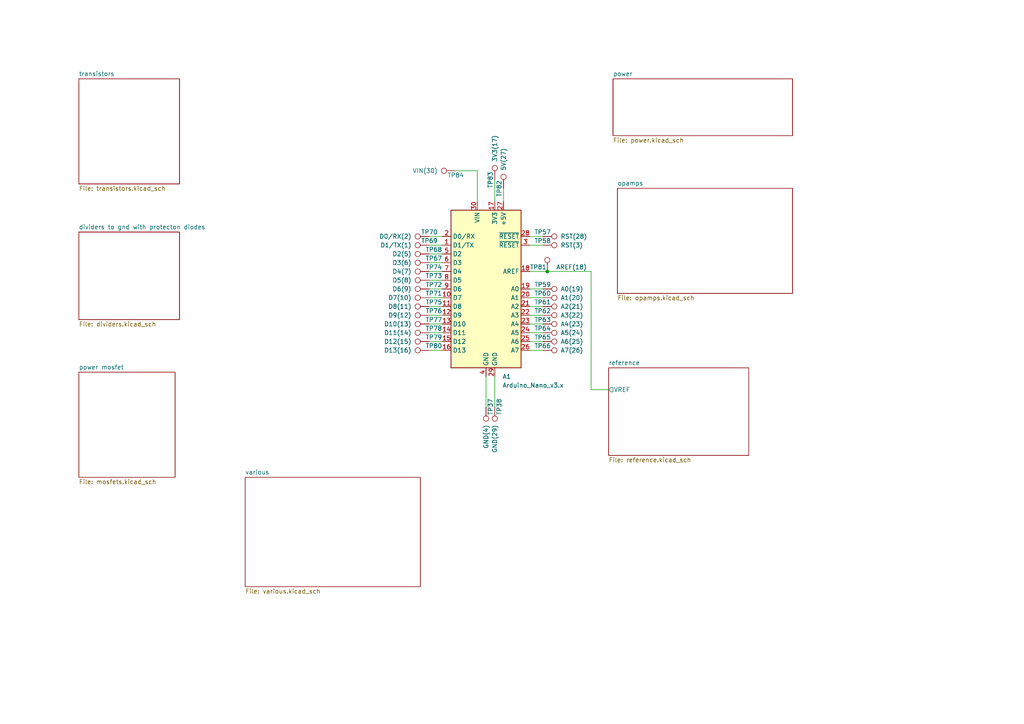
<source format=kicad_sch>
(kicad_sch (version 20230121) (generator eeschema)
  (paper "A4")
  (lib_symbols
    (symbol "Connector:TestPoint" (pin_numbers hide) (pin_names (offset 0.762) hide)
      (property "Reference" "TP" (at 0 6.858 0))
      (property "Value" "TestPoint" (at 0 5.08 0))
      (symbol "TestPoint_0_1"
        (circle (center 0 3.302) (radius 0.762))
      )
      (symbol "TestPoint_1_1"
        (pin passive line (at 0 0 90) (length 2.54) (name "1") (number "1"))
      )
    )
    (symbol "MCU_Module:Arduino_Nano_v3.x"
      (property "Reference" "A" (at -10.16 23.495 0))
      (property "Value" "Arduino_Nano_v3.x" (at 5.08 -24.13 0))
      (symbol "Arduino_Nano_v3.x_0_1"
        (rectangle (start -10.16 22.86) (end 10.16 -22.86) (stroke (width 0.254)) (fill (type background)))
      )
      (symbol "Arduino_Nano_v3.x_1_1"
        (pin bidirectional line (at -12.7 12.7 0) (length 2.54) (name "D1/TX") (number "1"))
        (pin bidirectional line (at -12.7 -2.54 0) (length 2.54) (name "D7") (number "10"))
        (pin bidirectional line (at -12.7 -5.08 0) (length 2.54) (name "D8") (number "11"))
        (pin bidirectional line (at -12.7 -7.62 0) (length 2.54) (name "D9") (number "12"))
        (pin bidirectional line (at -12.7 -10.16 0) (length 2.54) (name "D10") (number "13"))
        (pin bidirectional line (at -12.7 -12.7 0) (length 2.54) (name "D11") (number "14"))
        (pin bidirectional line (at -12.7 -15.24 0) (length 2.54) (name "D12") (number "15"))
        (pin bidirectional line (at -12.7 -17.78 0) (length 2.54) (name "D13") (number "16"))
        (pin power_out line (at 2.54 25.4 270) (length 2.54) (name "3V3") (number "17"))
        (pin input line (at 12.7 5.08 180) (length 2.54) (name "AREF") (number "18"))
        (pin bidirectional line (at 12.7 0 180) (length 2.54) (name "A0") (number "19"))
        (pin bidirectional line (at -12.7 15.24 0) (length 2.54) (name "D0/RX") (number "2"))
        (pin bidirectional line (at 12.7 -2.54 180) (length 2.54) (name "A1") (number "20"))
        (pin bidirectional line (at 12.7 -5.08 180) (length 2.54) (name "A2") (number "21"))
        (pin bidirectional line (at 12.7 -7.62 180) (length 2.54) (name "A3") (number "22"))
        (pin bidirectional line (at 12.7 -10.16 180) (length 2.54) (name "A4") (number "23"))
        (pin bidirectional line (at 12.7 -12.7 180) (length 2.54) (name "A5") (number "24"))
        (pin bidirectional line (at 12.7 -15.24 180) (length 2.54) (name "A6") (number "25"))
        (pin bidirectional line (at 12.7 -17.78 180) (length 2.54) (name "A7") (number "26"))
        (pin power_out line (at 5.08 25.4 270) (length 2.54) (name "+5V") (number "27"))
        (pin input line (at 12.7 15.24 180) (length 2.54) (name "~{RESET}") (number "28"))
        (pin power_in line (at 2.54 -25.4 90) (length 2.54) (name "GND") (number "29"))
        (pin input line (at 12.7 12.7 180) (length 2.54) (name "~{RESET}") (number "3"))
        (pin power_in line (at -2.54 25.4 270) (length 2.54) (name "VIN") (number "30"))
        (pin power_in line (at 0 -25.4 90) (length 2.54) (name "GND") (number "4"))
        (pin bidirectional line (at -12.7 10.16 0) (length 2.54) (name "D2") (number "5"))
        (pin bidirectional line (at -12.7 7.62 0) (length 2.54) (name "D3") (number "6"))
        (pin bidirectional line (at -12.7 5.08 0) (length 2.54) (name "D4") (number "7"))
        (pin bidirectional line (at -12.7 2.54 0) (length 2.54) (name "D5") (number "8"))
        (pin bidirectional line (at -12.7 0 0) (length 2.54) (name "D6") (number "9"))
      )
    )
  )
  (junction (at 158.75 78.74))
  (wire (pts (xy 153.67 88.9) (xy 157.48 88.9)))
  (wire (pts (xy 124.46 101.6) (xy 128.27 101.6)))
  (wire (pts (xy 124.46 71.12) (xy 128.27 71.12)))
  (wire (pts (xy 124.46 88.9) (xy 128.27 88.9)))
  (wire (pts (xy 124.46 86.36) (xy 128.27 86.36)))
  (wire (pts (xy 153.67 93.98) (xy 157.48 93.98)))
  (wire (pts (xy 158.75 78.74) (xy 153.67 78.74)))
  (wire (pts (xy 124.46 93.98) (xy 128.27 93.98)))
  (wire (pts (xy 140.97 109.22) (xy 140.97 118.11)))
  (wire (pts (xy 153.67 99.06) (xy 157.48 99.06)))
  (wire (pts (xy 153.67 101.6) (xy 157.48 101.6)))
  (wire (pts (xy 153.67 68.58) (xy 157.48 68.58)))
  (wire (pts (xy 124.46 78.74) (xy 128.27 78.74)))
  (wire (pts (xy 171.45 113.03) (xy 171.45 78.74)))
  (wire (pts (xy 143.51 52.07) (xy 143.51 58.42)))
  (wire (pts (xy 171.45 78.74) (xy 158.75 78.74)))
  (wire (pts (xy 124.46 96.52) (xy 128.27 96.52)))
  (wire (pts (xy 176.53 113.03) (xy 171.45 113.03)))
  (wire (pts (xy 124.46 81.28) (xy 128.27 81.28)))
  (wire (pts (xy 124.46 99.06) (xy 128.27 99.06)))
  (wire (pts (xy 153.67 71.12) (xy 157.48 71.12)))
  (wire (pts (xy 124.46 68.58) (xy 128.27 68.58)))
  (wire (pts (xy 153.67 83.82) (xy 157.48 83.82)))
  (wire (pts (xy 153.67 91.44) (xy 157.48 91.44)))
  (wire (pts (xy 138.43 49.53) (xy 138.43 58.42)))
  (wire (pts (xy 132.08 49.53) (xy 138.43 49.53)))
  (wire (pts (xy 124.46 76.2) (xy 128.27 76.2)))
  (wire (pts (xy 153.67 86.36) (xy 157.48 86.36)))
  (wire (pts (xy 146.05 54.61) (xy 146.05 58.42)))
  (wire (pts (xy 124.46 91.44) (xy 128.27 91.44)))
  (wire (pts (xy 153.67 96.52) (xy 157.48 96.52)))
  (wire (pts (xy 143.51 109.22) (xy 143.51 118.11)))
  (wire (pts (xy 124.46 73.66) (xy 128.27 73.66)))
  (wire (pts (xy 124.46 83.82) (xy 128.27 83.82)))
  (symbol (lib_id "MCU_Module:Arduino_Nano_v3.x") (at 140.97 83.82 0) (unit 1)
    (property "Reference" "A1" (at 145.7041 109.22 0) (effects (justify left)))
    (property "Value" "Arduino_Nano_v3.x" (at 145.7041 111.76 0) (effects (justify left)))
    (property "Footprint" "Module:Arduino_Nano" (effects hide))
    (property "Datasheet" "http://www.mouser.com/pdfdocs/Gravitech_Arduino_Nano3_0.pdf" (effects hide))
  )
  (symbol (lib_id "Connector:TestPoint") (at 157.48 99.06 270) (unit 1)
    (property "Reference" "TP65" (at 154.94 97.79 90) (effects (justify left)))
    (property "Value" "A6(25)" (at 162.56 99.06 90) (effects (justify left)))
    (property "Footprint" "TestPoint:TestPoint_Pad_D2.0mm" (effects hide))
  )
  (symbol (lib_id "Connector:TestPoint") (at 132.08 49.53 90) (unit 1)
    (property "Reference" "TP84" (at 134.62 50.8 90) (effects (justify left)))
    (property "Value" "VIN(30)" (at 127 49.53 90) (effects (justify left)))
    (property "Footprint" "TestPoint:TestPoint_Pad_D2.0mm" (effects hide))
  )
  (symbol (lib_id "Connector:TestPoint") (at 124.46 73.66 90) (unit 1)
    (property "Reference" "TP68" (at 128.27 72.39 90) (effects (justify left)))
    (property "Value" "D2(5)" (at 119.38 73.66 90) (effects (justify left)))
    (property "Footprint" "TestPoint:TestPoint_Pad_D2.0mm" (effects hide))
  )
  (symbol (lib_id "Connector:TestPoint") (at 146.05 54.61 0) (unit 1)
    (property "Reference" "TP82" (at 144.78 57.15 90) (effects (justify left)))
    (property "Value" "5V(27)" (at 146.05 49.53 90) (effects (justify left)))
    (property "Footprint" "TestPoint:TestPoint_Pad_D2.0mm" (effects hide))
  )
  (symbol (lib_id "Connector:TestPoint") (at 158.75 78.74 0) (unit 1)
    (property "Reference" "TP81" (at 153.67 77.47 0) (effects (justify left)))
    (property "Value" "AREF(18)" (at 161.29 77.47 0) (effects (justify left)))
    (property "Footprint" "TestPoint:TestPoint_Pad_D2.0mm" (effects hide))
  )
  (symbol (lib_id "Connector:TestPoint") (at 124.46 93.98 90) (unit 1)
    (property "Reference" "TP77" (at 128.27 92.71 90) (effects (justify left)))
    (property "Value" "D10(13)" (at 119.38 93.98 90) (effects (justify left)))
    (property "Footprint" "TestPoint:TestPoint_Pad_D2.0mm" (effects hide))
  )
  (symbol (lib_id "Connector:TestPoint") (at 157.48 93.98 270) (unit 1)
    (property "Reference" "TP63" (at 154.94 92.71 90) (effects (justify left)))
    (property "Value" "A4(23)" (at 162.56 93.98 90) (effects (justify left)))
    (property "Footprint" "TestPoint:TestPoint_Pad_D2.0mm" (effects hide))
  )
  (symbol (lib_id "Connector:TestPoint") (at 124.46 99.06 90) (unit 1)
    (property "Reference" "TP79" (at 128.27 97.79 90) (effects (justify left)))
    (property "Value" "D12(15)" (at 119.38 99.06 90) (effects (justify left)))
    (property "Footprint" "TestPoint:TestPoint_Pad_D2.0mm" (effects hide))
  )
  (symbol (lib_id "Connector:TestPoint") (at 124.46 96.52 90) (unit 1)
    (property "Reference" "TP78" (at 128.27 95.25 90) (effects (justify left)))
    (property "Value" "D11(14)" (at 119.38 96.52 90) (effects (justify left)))
    (property "Footprint" "TestPoint:TestPoint_Pad_D2.0mm" (effects hide))
  )
  (symbol (lib_id "Connector:TestPoint") (at 143.51 52.07 0) (unit 1)
    (property "Reference" "TP83" (at 142.24 54.61 90) (effects (justify left)))
    (property "Value" "3V3(17)" (at 143.51 46.99 90) (effects (justify left)))
    (property "Footprint" "TestPoint:TestPoint_Pad_D2.0mm" (effects hide))
  )
  (symbol (lib_id "Connector:TestPoint") (at 124.46 91.44 90) (unit 1)
    (property "Reference" "TP76" (at 128.27 90.17 90) (effects (justify left)))
    (property "Value" "D9(12)" (at 119.38 91.44 90) (effects (justify left)))
    (property "Footprint" "TestPoint:TestPoint_Pad_D2.0mm" (effects hide))
  )
  (symbol (lib_id "Connector:TestPoint") (at 124.46 81.28 90) (unit 1)
    (property "Reference" "TP73" (at 128.27 80.01 90) (effects (justify left)))
    (property "Value" "D5(8)" (at 119.38 81.28 90) (effects (justify left)))
    (property "Footprint" "TestPoint:TestPoint_Pad_D2.0mm" (effects hide))
  )
  (symbol (lib_id "Connector:TestPoint") (at 140.97 118.11 180) (unit 1)
    (property "Reference" "TP37" (at 142.24 115.57 90) (effects (justify left)))
    (property "Value" "GND(4)" (at 140.97 123.19 90) (effects (justify left)))
    (property "Footprint" "TestPoint:TestPoint_Pad_D2.0mm" (effects hide))
  )
  (symbol (lib_id "Connector:TestPoint") (at 124.46 101.6 90) (unit 1)
    (property "Reference" "TP80" (at 128.27 100.33 90) (effects (justify left)))
    (property "Value" "D13(16)" (at 119.38 101.6 90) (effects (justify left)))
    (property "Footprint" "TestPoint:TestPoint_Pad_D2.0mm" (effects hide))
  )
  (symbol (lib_id "Connector:TestPoint") (at 143.51 118.11 180) (unit 1)
    (property "Reference" "TP38" (at 144.78 115.57 90) (effects (justify left)))
    (property "Value" "GND(29)" (at 143.51 123.19 90) (effects (justify left)))
    (property "Footprint" "TestPoint:TestPoint_Pad_D2.0mm" (effects hide))
  )
  (symbol (lib_id "Connector:TestPoint") (at 157.48 88.9 270) (unit 1)
    (property "Reference" "TP61" (at 154.94 87.63 90) (effects (justify left)))
    (property "Value" "A2(21)" (at 162.56 88.9 90) (effects (justify left)))
    (property "Footprint" "TestPoint:TestPoint_Pad_D2.0mm" (effects hide))
  )
  (symbol (lib_id "Connector:TestPoint") (at 157.48 71.12 270) (unit 1)
    (property "Reference" "TP58" (at 154.94 69.85 90) (effects (justify left)))
    (property "Value" "RST(3)" (at 162.56 71.12 90) (effects (justify left)))
    (property "Footprint" "TestPoint:TestPoint_Pad_D2.0mm" (effects hide))
  )
  (symbol (lib_id "Connector:TestPoint") (at 124.46 83.82 90) (unit 1)
    (property "Reference" "TP72" (at 128.27 82.55 90) (effects (justify left)))
    (property "Value" "D6(9)" (at 119.38 83.82 90) (effects (justify left)))
    (property "Footprint" "TestPoint:TestPoint_Pad_D2.0mm" (effects hide))
  )
  (symbol (lib_id "Connector:TestPoint") (at 124.46 68.58 90) (unit 1)
    (property "Reference" "TP70" (at 127 67.31 90) (effects (justify left)))
    (property "Value" "D0/RX(2)" (at 119.38 68.58 90) (effects (justify left)))
    (property "Footprint" "TestPoint:TestPoint_Pad_D2.0mm" (effects hide))
  )
  (symbol (lib_id "Connector:TestPoint") (at 124.46 86.36 90) (unit 1)
    (property "Reference" "TP71" (at 128.27 85.09 90) (effects (justify left)))
    (property "Value" "D7(10)" (at 119.38 86.36 90) (effects (justify left)))
    (property "Footprint" "TestPoint:TestPoint_Pad_D2.0mm" (effects hide))
  )
  (symbol (lib_id "Connector:TestPoint") (at 157.48 86.36 270) (unit 1)
    (property "Reference" "TP60" (at 154.94 85.09 90) (effects (justify left)))
    (property "Value" "A1(20)" (at 162.56 86.36 90) (effects (justify left)))
    (property "Footprint" "TestPoint:TestPoint_Pad_D2.0mm" (effects hide))
  )
  (symbol (lib_id "Connector:TestPoint") (at 124.46 88.9 90) (unit 1)
    (property "Reference" "TP75" (at 128.27 87.63 90) (effects (justify left)))
    (property "Value" "D8(11)" (at 119.38 88.9 90) (effects (justify left)))
    (property "Footprint" "TestPoint:TestPoint_Pad_D2.0mm" (effects hide))
  )
  (symbol (lib_id "Connector:TestPoint") (at 157.48 96.52 270) (unit 1)
    (property "Reference" "TP64" (at 154.94 95.25 90) (effects (justify left)))
    (property "Value" "A5(24)" (at 162.56 96.52 90) (effects (justify left)))
    (property "Footprint" "TestPoint:TestPoint_Pad_D2.0mm" (effects hide))
  )
  (symbol (lib_id "Connector:TestPoint") (at 124.46 71.12 90) (unit 1)
    (property "Reference" "TP69" (at 127 69.85 90) (effects (justify left)))
    (property "Value" "D1/TX(1)" (at 119.38 71.12 90) (effects (justify left)))
    (property "Footprint" "TestPoint:TestPoint_Pad_D2.0mm" (effects hide))
  )
  (symbol (lib_id "Connector:TestPoint") (at 124.46 78.74 90) (unit 1)
    (property "Reference" "TP74" (at 128.27 77.47 90) (effects (justify left)))
    (property "Value" "D4(7)" (at 119.38 78.74 90) (effects (justify left)))
    (property "Footprint" "TestPoint:TestPoint_Pad_D2.0mm" (effects hide))
  )
  (symbol (lib_id "Connector:TestPoint") (at 157.48 83.82 270) (unit 1)
    (property "Reference" "TP59" (at 154.94 82.55 90) (effects (justify left)))
    (property "Value" "A0(19)" (at 162.56 83.82 90) (effects (justify left)))
    (property "Footprint" "TestPoint:TestPoint_Pad_D2.0mm" (effects hide))
  )
  (symbol (lib_id "Connector:TestPoint") (at 157.48 68.58 270) (unit 1)
    (property "Reference" "TP57" (at 154.94 67.31 90) (effects (justify left)))
    (property "Value" "RST(28)" (at 162.56 68.58 90) (effects (justify left)))
    (property "Footprint" "TestPoint:TestPoint_Pad_D2.0mm" (effects hide))
  )
  (symbol (lib_id "Connector:TestPoint") (at 157.48 101.6 270) (unit 1)
    (property "Reference" "TP66" (at 154.94 100.33 90) (effects (justify left)))
    (property "Value" "A7(26)" (at 162.56 101.6 90) (effects (justify left)))
    (property "Footprint" "TestPoint:TestPoint_Pad_D2.0mm" (effects hide))
  )
  (symbol (lib_id "Connector:TestPoint") (at 124.46 76.2 90) (unit 1)
    (property "Reference" "TP67" (at 128.27 74.93 90) (effects (justify left)))
    (property "Value" "D3(6)" (at 119.38 76.2 90) (effects (justify left)))
    (property "Footprint" "TestPoint:TestPoint_Pad_D2.0mm" (effects hide))
  )
  (symbol (lib_id "Connector:TestPoint") (at 157.48 91.44 270) (unit 1)
    (property "Reference" "TP62" (at 154.94 90.17 90) (effects (justify left)))
    (property "Value" "A3(22)" (at 162.56 91.44 90) (effects (justify left)))
    (property "Footprint" "TestPoint:TestPoint_Pad_D2.0mm" (effects hide))
  )
  (sheet (at 22.86 107.95) (size 27.94 30.48) (stroke (width 0.1524))
    (property "Sheetname" "power mosfet" (at 22.86 107.2384 0) (effects (justify left bottom)))
    (property "Sheetfile" "mosfets.kicad_sch" (at 22.86 139.0146 0) (effects (justify left top)))
  )
  (sheet (at 177.8 22.86) (size 52.07 16.51) (stroke (width 0.1524))
    (property "Sheetname" "power" (at 177.8 22.1484 0) (effects (justify left bottom)))
    (property "Sheetfile" "power.kicad_sch" (at 177.8 39.9546 0) (effects (justify left top)))
  )
  (sheet (at 22.86 22.86) (size 29.21 30.48) (stroke (width 0.1524))
    (property "Sheetname" "transistors" (at 22.86 22.1484 0) (effects (justify left bottom)))
    (property "Sheetfile" "transistors.kicad_sch" (at 22.86 53.9246 0) (effects (justify left top)))
  )
  (sheet (at 71.12 138.43) (size 50.8 31.75) (stroke (width 0.1524))
    (property "Sheetname" "various" (at 71.12 137.7184 0) (effects (justify left bottom)))
    (property "Sheetfile" "various.kicad_sch" (at 71.12 170.7646 0) (effects (justify left top)))
  )
  (sheet (at 179.07 54.61) (size 50.8 30.48) (stroke (width 0.1524))
    (property "Sheetname" "opamps" (at 179.07 53.8984 0) (effects (justify left bottom)))
    (property "Sheetfile" "opamps.kicad_sch" (at 179.07 85.6746 0) (effects (justify left top)))
  )
  (sheet (at 176.53 106.68) (size 40.64 25.4) (stroke (width 0.1524))
    (property "Sheetname" "reference" (at 176.53 105.9684 0) (effects (justify left bottom)))
    (property "Sheetfile" "reference.kicad_sch" (at 176.53 132.6646 0) (effects (justify left top)))
    (pin "VREF" output (at 176.53 113.03 180))
  )
  (sheet (at 22.86 67.31) (size 29.21 25.4) (stroke (width 0.1524))
    (property "Sheetname" "dividers to gnd with protecton diodes" (at 22.86 66.5984 0) (effects (justify left bottom)))
    (property "Sheetfile" "dividers.kicad_sch" (at 22.86 93.2946 0) (effects (justify left top)))
  )
)
</source>
